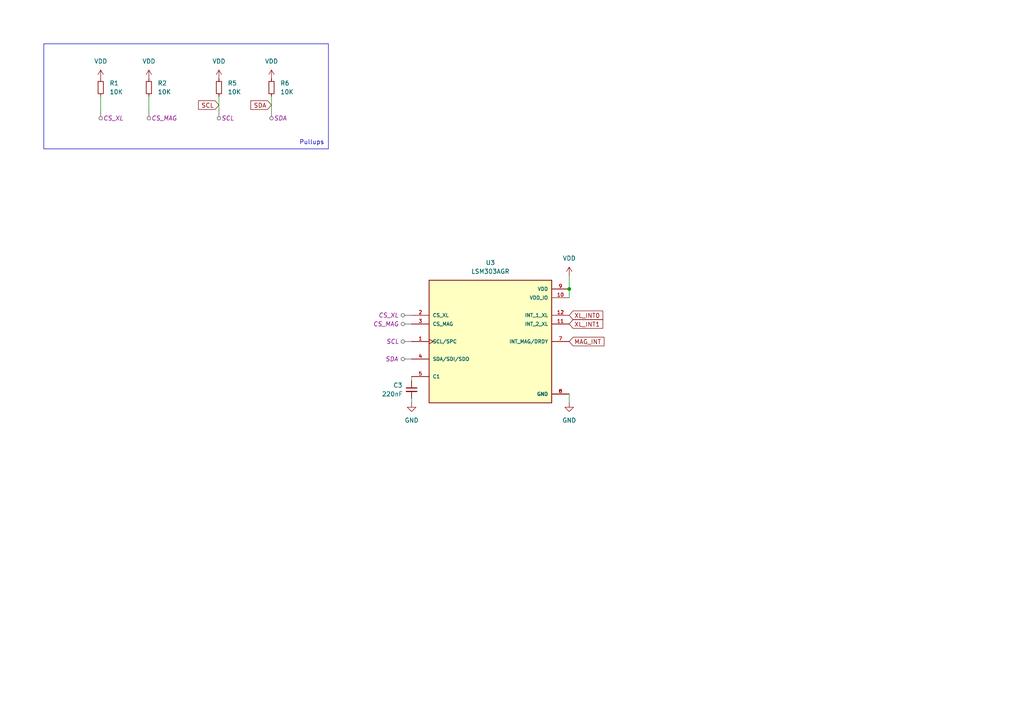
<source format=kicad_sch>
(kicad_sch (version 20231120) (generator "eeschema") (generator_version "8.0")
  (paper "A4")
  (lib_symbols
    (symbol "Device:C_Small" (pin_numbers hide) (pin_names (offset 0.254) hide)
      (property "Reference" "C" (at 0.254 1.778 0))
      (property "Value" "C_Small" (at 0.254 -2.032 0))
      (symbol "C_Small_0_1"
        (polyline (pts (xy -1.524 -0.508) (xy 1.524 -0.508)) (stroke (width 0.3302)))
        (polyline (pts (xy -1.524 0.508) (xy 1.524 0.508)) (stroke (width 0.3048)))
      )
      (symbol "C_Small_1_1"
        (pin passive line (at 0 2.54 270) (length 2.032) (name "~") (number "1"))
        (pin passive line (at 0 -2.54 90) (length 2.032) (name "~") (number "2"))
      )
    )
    (symbol "Device:R_Small" (pin_numbers hide) (pin_names (offset 0.254) hide)
      (property "Reference" "R" (at 0.762 0.508 0))
      (property "Value" "R_Small" (at 0.762 -1.016 0))
      (symbol "R_Small_0_1"
        (rectangle (start -0.762 1.778) (end 0.762 -1.778) (stroke (width 0.2032)))
      )
      (symbol "R_Small_1_1"
        (pin passive line (at 0 2.54 270) (length 0.762) (name "~") (number "1"))
        (pin passive line (at 0 -2.54 90) (length 0.762) (name "~") (number "2"))
      )
    )
    (symbol "LSM303AGR:LSM303AGR" (pin_names (offset 1.016))
      (property "Reference" "U" (at -17.78 19.05 0))
      (property "Value" "LSM303AGR" (at -17.78 -19.05 0))
      (symbol "LSM303AGR_0_0"
        (rectangle (start -17.78 -17.78) (end 17.78 17.78) (stroke (width 0.254)) (fill (type background)))
        (pin input clock (at -22.86 0 0) (length 5.08) (name "SCL/SPC") (number "1"))
        (pin power_in line (at 22.86 12.7 180) (length 5.08) (name "VDD_IO") (number "10"))
        (pin output line (at 22.86 5.08 180) (length 5.08) (name "INT_2_XL") (number "11"))
        (pin output line (at 22.86 7.62 180) (length 5.08) (name "INT_1_XL") (number "12"))
        (pin input line (at -22.86 7.62 0) (length 5.08) (name "CS_XL") (number "2"))
        (pin input line (at -22.86 5.08 0) (length 5.08) (name "CS_MAG") (number "3"))
        (pin bidirectional line (at -22.86 -5.08 0) (length 5.08) (name "SDA/SDI/SDO") (number "4"))
        (pin passive line (at -22.86 -10.16 0) (length 5.08) (name "C1") (number "5"))
        (pin power_in line (at 22.86 -15.24 180) (length 5.08) (name "GND") (number "6"))
        (pin output line (at 22.86 0 180) (length 5.08) (name "INT_MAG/DRDY") (number "7"))
        (pin power_in line (at 22.86 -15.24 180) (length 5.08) (name "GND") (number "8"))
        (pin power_in line (at 22.86 15.24 180) (length 5.08) (name "VDD") (number "9"))
      )
    )
    (symbol "power:GND" (power) (pin_numbers hide) (pin_names (offset 0) hide)
      (property "Value" "GND" (at 0 -3.81 0))
      (symbol "GND_0_1"
        (polyline (pts (xy 0 0) (xy 0 -1.27) (xy 1.27 -1.27) (xy 0 -2.54) (xy -1.27 -1.27) (xy 0 -1.27)))
      )
      (symbol "GND_1_1"
        (pin power_in line (at 0 0 270) (length 0) (name "~") (number "1"))
      )
    )
    (symbol "power:VDD" (power) (pin_numbers hide) (pin_names (offset 0) hide)
      (property "Value" "VDD" (at 0 3.556 0))
      (symbol "VDD_0_1"
        (polyline (pts (xy -0.762 1.27) (xy 0 2.54)))
        (polyline (pts (xy 0 0) (xy 0 2.54)))
        (polyline (pts (xy 0 2.54) (xy 0.762 1.27)))
      )
      (symbol "VDD_1_1"
        (pin power_in line (at 0 0 90) (length 0) (name "~") (number "1"))
      )
    )
  )
  (junction (at 165.1 83.82))
  (wire (pts (xy 165.1 114.3) (xy 165.1 116.84)))
  (wire (pts (xy 119.38 109.22) (xy 119.38 110.49)))
  (wire (pts (xy 165.1 83.82) (xy 165.1 86.36)))
  (wire (pts (xy 63.5 27.94) (xy 63.5 31.75)))
  (wire (pts (xy 165.1 80.01) (xy 165.1 83.82)))
  (wire (pts (xy 43.18 27.94) (xy 43.18 31.75)))
  (wire (pts (xy 78.74 27.94) (xy 78.74 31.75)))
  (wire (pts (xy 119.38 115.57) (xy 119.38 116.84)))
  (wire (pts (xy 29.21 27.94) (xy 29.21 31.75)))
  (rectangle (start 12.7 12.7) (end 95.25 43.18))
  (text "Pullups" (at 90.424 41.402 0) (effects (font (size 1.27 1.27))))
  (global_label "MAG_INT" (shape input) (at 165.1 99.06 0) (property "Intersheetrefs" "${INTERSHEET_REFS}" (effects (hide yes))))
  (global_label "SDA" (shape input) (at 78.74 30.48 180) (property "Intersheetrefs" "${INTERSHEET_REFS}" (effects (hide yes))))
  (global_label "XL_INT0" (shape input) (at 165.1 91.44 0) (property "Intersheetrefs" "${INTERSHEET_REFS}" (effects (hide yes))))
  (global_label "XL_INT1" (shape input) (at 165.1 93.98 0) (property "Intersheetrefs" "${INTERSHEET_REFS}" (effects (hide yes))))
  (global_label "SCL" (shape input) (at 63.5 30.48 180) (property "Intersheetrefs" "${INTERSHEET_REFS}" (effects (hide yes))))
  (netclass_flag "" (length 2.54) (shape round) (at 43.18 31.75 180) (property "Netclass" "CS_MAG" (at 43.8785 34.29 0) (effects (font (italic yes)) (justify left))))
  (netclass_flag "" (length 2.54) (shape round) (at 119.38 91.44 90) (property "Netclass" "CS_XL" (at 109.728 91.44 0) (effects (font (italic yes)) (justify left))))
  (netclass_flag "" (length 2.54) (shape round) (at 63.5 31.75 180) (property "Netclass" "SCL" (at 64.1985 34.29 0) (effects (font (italic yes)) (justify left))))
  (netclass_flag "" (length 2.54) (shape round) (at 119.38 104.14 90) (property "Netclass" "SDA" (at 111.76 104.14 0) (effects (font (italic yes)) (justify left))))
  (netclass_flag "" (length 2.54) (shape round) (at 119.38 93.98 90) (property "Netclass" "CS_MAG" (at 108.204 93.98 0) (effects (font (italic yes)) (justify left))))
  (netclass_flag "" (length 2.54) (shape round) (at 29.21 31.75 180) (property "Netclass" "CS_XL" (at 29.9085 34.29 0) (effects (font (italic yes)) (justify left))))
  (netclass_flag "" (length 2.54) (shape round) (at 78.74 31.75 180) (property "Netclass" "SDA" (at 79.4385 34.29 0) (effects (font (italic yes)) (justify left))))
  (netclass_flag "" (length 2.54) (shape round) (at 119.38 99.06 90) (property "Netclass" "SCL" (at 112.014 99.06 0) (effects (font (italic yes)) (justify left))))
  (symbol (lib_id "power:VDD") (at 43.18 22.86 0) (unit 1)
    (property "Reference" "#PWR010" (effects (hide yes)))
    (property "Value" "VDD" (at 43.18 17.78 0))
    (property "Description" "Power symbol creates a global label with name \"VDD\"" (effects (hide yes)))
  )
  (symbol (lib_id "power:VDD") (at 165.1 80.01 0) (unit 1)
    (property "Reference" "#PWR022" (effects (hide yes)))
    (property "Value" "VDD" (at 165.1 74.93 0))
    (property "Description" "Power symbol creates a global label with name \"VDD\"" (effects (hide yes)))
  )
  (symbol (lib_id "LSM303AGR:LSM303AGR") (at 142.24 99.06 0) (unit 1)
    (property "Reference" "U3" (at 142.24 76.2 0))
    (property "Value" "LSM303AGR" (at 142.24 78.74 0))
    (property "Footprint" "LSM303AGR:PQFN50P200X200X100-12N" (effects (hide yes)))
    (property "MF" "STMicroelectronics" (effects (hide yes)))
    (property "MAXIMUM_PACKAGE_HEIGHT" "1.0mm" (effects (hide yes)))
    (property "Package" "VFLGA-12 STMicroelectronics" (effects (hide yes)))
    (property "Price" "None" (effects (hide yes)))
    (property "Check_prices" "https://www.snapeda.com/parts/LSM303AGR/STMicroelectronics/view-part/?ref=eda" (effects (hide yes)))
    (property "STANDARD" "IPC 7351B" (effects (hide yes)))
    (property "PARTREV" "10" (effects (hide yes)))
    (property "SnapEDA_Link" "https://www.snapeda.com/parts/LSM303AGR/STMicroelectronics/view-part/?ref=snap" (effects (hide yes)))
    (property "MP" "LSM303AGR" (effects (hide yes)))
    (property "Purchase-URL" "https://www.snapeda.com/api/url_track_click_mouser/?unipart_id=3601838&manufacturer=STMicroelectronics&part_name=LSM303AGR&search_term=None" (effects (hide yes)))
    (property "Description_1" "\nAccelerometer, Magnetometer, Temperature, 6 Axis Sensor I²C, SPI Output\n" (effects (hide yes)))
    (property "Availability" "In Stock" (effects (hide yes)))
    (property "MANUFACTURER" "STMicroelectronics" (effects (hide yes)))
  )
  (symbol (lib_id "power:GND") (at 165.1 116.84 0) (unit 1)
    (property "Reference" "#PWR024" (effects (hide yes)))
    (property "Value" "GND" (at 165.1 121.92 0))
    (property "Description" "Power symbol creates a global label with name \"GND\" , ground" (effects (hide yes)))
  )
  (symbol (lib_id "power:VDD") (at 78.74 22.86 0) (unit 1)
    (property "Reference" "#PWR021" (effects (hide yes)))
    (property "Value" "VDD" (at 78.74 17.78 0))
    (property "Description" "Power symbol creates a global label with name \"VDD\"" (effects (hide yes)))
  )
  (symbol (lib_id "power:VDD") (at 63.5 22.86 0) (unit 1)
    (property "Reference" "#PWR020" (effects (hide yes)))
    (property "Value" "VDD" (at 63.5 17.78 0))
    (property "Description" "Power symbol creates a global label with name \"VDD\"" (effects (hide yes)))
  )
  (symbol (lib_id "Device:R_Small") (at 78.74 25.4 0) (unit 1)
    (property "Reference" "R6" (at 81.28 24.1299 0) (effects (justify left)))
    (property "Value" "10K" (at 81.28 26.6699 0) (effects (justify left)))
    (property "Description" "Resistor, small symbol" (effects (hide yes)))
  )
  (symbol (lib_id "Device:R_Small") (at 29.21 25.4 0) (unit 1)
    (property "Reference" "R1" (at 31.75 24.1299 0) (effects (justify left)))
    (property "Value" "10K" (at 31.75 26.6699 0) (effects (justify left)))
    (property "Description" "Resistor, small symbol" (effects (hide yes)))
  )
  (symbol (lib_id "Device:C_Small") (at 119.38 113.03 0) (unit 1)
    (property "Reference" "C3" (at 114.046 111.76 0) (effects (justify left)))
    (property "Value" "220nF" (at 110.744 114.3 0) (effects (justify left)))
    (property "Description" "Unpolarized capacitor, small symbol" (effects (hide yes)))
  )
  (symbol (lib_id "power:VDD") (at 29.21 22.86 0) (unit 1)
    (property "Reference" "#PWR02" (effects (hide yes)))
    (property "Value" "VDD" (at 29.21 17.78 0))
    (property "Description" "Power symbol creates a global label with name \"VDD\"" (effects (hide yes)))
  )
  (symbol (lib_id "Device:R_Small") (at 63.5 25.4 0) (unit 1)
    (property "Reference" "R5" (at 66.04 24.1299 0) (effects (justify left)))
    (property "Value" "10K" (at 66.04 26.6699 0) (effects (justify left)))
    (property "Description" "Resistor, small symbol" (effects (hide yes)))
  )
  (symbol (lib_id "Device:R_Small") (at 43.18 25.4 0) (unit 1)
    (property "Reference" "R2" (at 45.72 24.1299 0) (effects (justify left)))
    (property "Value" "10K" (at 45.72 26.6699 0) (effects (justify left)))
    (property "Description" "Resistor, small symbol" (effects (hide yes)))
  )
  (symbol (lib_id "power:GND") (at 119.38 116.84 0) (unit 1)
    (property "Reference" "#PWR023" (effects (hide yes)))
    (property "Value" "GND" (at 119.38 121.92 0))
    (property "Description" "Power symbol creates a global label with name \"GND\" , ground" (effects (hide yes)))
  )
)
</source>
